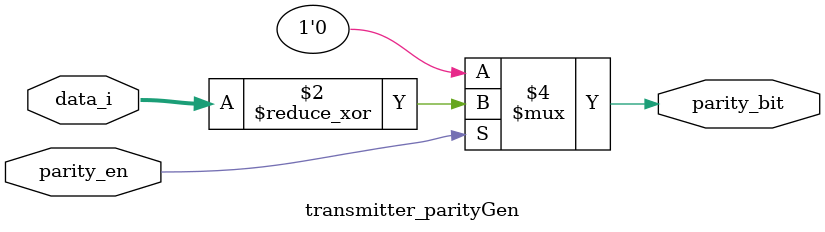
<source format=sv>

module transmitter_parityGen(
    input logic [7:0] data_i,
    input logic parity_en,
    output logic parity_bit
);

//even parity
    always_comb begin
        if (parity_en) begin
            //XOR reduction for parity bit
            parity_bit = ^ data_i;
        end else begin
            parity_bit = 1'b0;
        end
     end
endmodule
</source>
